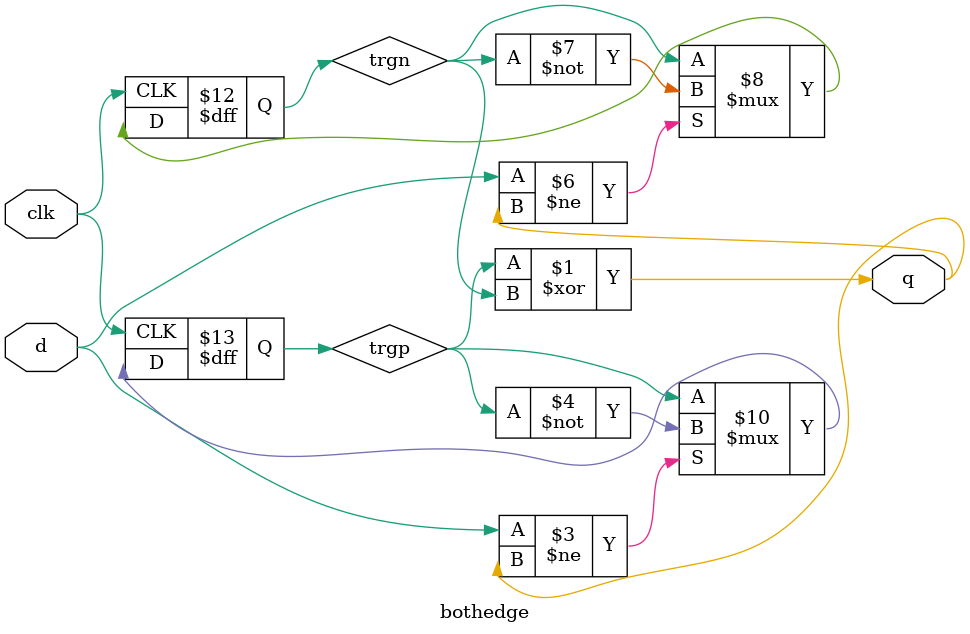
<source format=v>
`include "../include/tune.v"


module sound(

	input  wire       clk,

	input  wire [7:0] din,


	input  wire       beeper_wr,
	input  wire       covox_wr,

	input  wire       beeper_mux, // output either tape_out or beeper


	output wire       sound_bit
);

	reg [6:0] ctr;
	reg [7:0] val;

	reg mx_beep_n_covox;

	reg beep_bit;
	reg beep_bit_old;

	wire covox_bit;




	always @(posedge clk)
	begin
/*		if( beeper_wr ) */
                                if( beeper_wr && (beep_bit!=beep_bit_old) )
			mx_beep_n_covox <= 1'b1;
		else if( covox_wr )
			mx_beep_n_covox <= 1'b0;
	end

	always @(posedge clk) if( beeper_wr ) beep_bit_old <= beep_bit;

	always @(posedge clk)
	if( beeper_wr )
		beep_bit <= beeper_mux ? din[3] /*tapeout*/ : din[4] /*beeper*/;


	always @(posedge clk)
	if( covox_wr )
		val <= din;

	always @(negedge clk)
		ctr <= ctr + 6'd1;

	assign covox_bit = ( {ctr,clk} < val );


	bothedge trigger
	(
		.clk( clk ),

		.d( mx_beep_n_covox ? beep_bit : covox_bit ),

		.q( sound_bit )
	);



endmodule




// both-edge trigger emulator
module bothedge(

	input  wire clk,

	input  wire d,

	output wire q

);
	reg trgp, trgn;

	assign q = trgp ^ trgn;

	always @(posedge clk)
	if( d!=q )
		trgp <= ~trgp;

	always @(negedge clk)
	if( d!=q )
		trgn <= ~trgn;

endmodule


</source>
